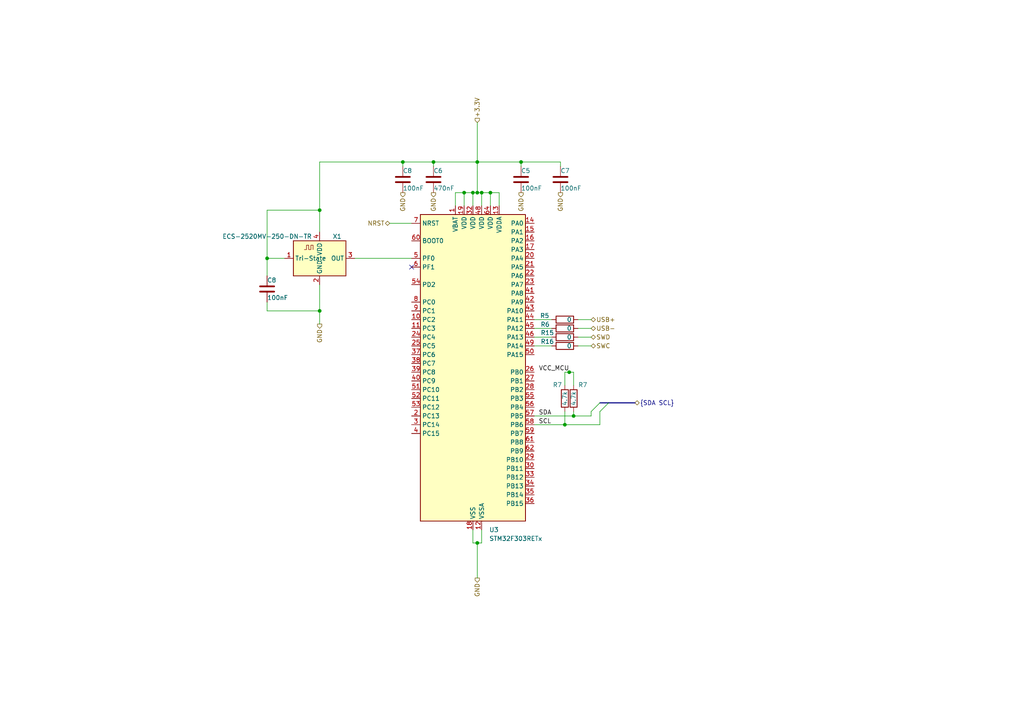
<source format=kicad_sch>
(kicad_sch (version 20230121) (generator eeschema)
  (paper "A4")
  (lib_symbols
    (symbol "Device:C" (pin_numbers hide) (pin_names (offset 0.254))
      (property "Reference" "C" (at 0.635 2.54 0))
      (property "Value" "C" (at 0.635 -2.54 0))
      (symbol "C_0_1"
        (polyline (pts (xy -2.032 -0.762) (xy 2.032 -0.762)) (stroke (width 0.508)))
        (polyline (pts (xy -2.032 0.762) (xy 2.032 0.762)) (stroke (width 0.508)))
      )
      (symbol "C_1_1"
        (pin passive line (at 0 3.81 270) (length 2.794) (name "~") (number "1"))
        (pin passive line (at 0 -3.81 90) (length 2.794) (name "~") (number "2"))
      )
    )
    (symbol "Device:R" (pin_numbers hide) (pin_names (offset 0))
      (property "Reference" "R" (at 2.032 0 90))
      (property "Value" "R" (at 0 0 90))
      (symbol "R_0_1"
        (rectangle (start -1.016 -2.54) (end 1.016 2.54) (stroke (width 0.254)))
      )
      (symbol "R_1_1"
        (pin passive line (at 0 3.81 270) (length 1.27) (name "~") (number "1"))
        (pin passive line (at 0 -3.81 90) (length 1.27) (name "~") (number "2"))
      )
    )
    (symbol "MCU_ST_STM32F3:STM32F303RETx"
      (property "Reference" "U" (at -15.24 46.99 0))
      (property "Value" "STM32F303RETx" (at 10.16 46.99 0))
      (symbol "STM32F303RETx_0_1"
        (rectangle (start -15.24 -43.18) (end 15.24 45.72) (stroke (width 0.254)) (fill (type background)))
      )
      (symbol "STM32F303RETx_1_1"
        (pin power_in line (at -5.08 48.26 270) (length 2.54) (name "VBAT") (number "1"))
        (pin bidirectional line (at -17.78 15.24 0) (length 2.54) (name "PC2") (number "10"))
        (pin bidirectional line (at -17.78 12.7 0) (length 2.54) (name "PC3") (number "11"))
        (pin power_in line (at 2.54 -45.72 90) (length 2.54) (name "VSSA") (number "12"))
        (pin power_in line (at 7.62 48.26 270) (length 2.54) (name "VDDA") (number "13"))
        (pin bidirectional line (at 17.78 43.18 180) (length 2.54) (name "PA0") (number "14"))
        (pin bidirectional line (at 17.78 40.64 180) (length 2.54) (name "PA1") (number "15"))
        (pin bidirectional line (at 17.78 38.1 180) (length 2.54) (name "PA2") (number "16"))
        (pin bidirectional line (at 17.78 35.56 180) (length 2.54) (name "PA3") (number "17"))
        (pin power_in line (at 0 -45.72 90) (length 2.54) (name "VSS") (number "18"))
        (pin power_in line (at -2.54 48.26 270) (length 2.54) (name "VDD") (number "19"))
        (pin bidirectional line (at -17.78 -12.7 0) (length 2.54) (name "PC13") (number "2"))
        (pin bidirectional line (at 17.78 33.02 180) (length 2.54) (name "PA4") (number "20"))
        (pin bidirectional line (at 17.78 30.48 180) (length 2.54) (name "PA5") (number "21"))
        (pin bidirectional line (at 17.78 27.94 180) (length 2.54) (name "PA6") (number "22"))
        (pin bidirectional line (at 17.78 25.4 180) (length 2.54) (name "PA7") (number "23"))
        (pin bidirectional line (at -17.78 10.16 0) (length 2.54) (name "PC4") (number "24"))
        (pin bidirectional line (at -17.78 7.62 0) (length 2.54) (name "PC5") (number "25"))
        (pin bidirectional line (at 17.78 0 180) (length 2.54) (name "PB0") (number "26"))
        (pin bidirectional line (at 17.78 -2.54 180) (length 2.54) (name "PB1") (number "27"))
        (pin bidirectional line (at 17.78 -5.08 180) (length 2.54) (name "PB2") (number "28"))
        (pin bidirectional line (at 17.78 -25.4 180) (length 2.54) (name "PB10") (number "29"))
        (pin bidirectional line (at -17.78 -15.24 0) (length 2.54) (name "PC14") (number "3"))
        (pin bidirectional line (at 17.78 -27.94 180) (length 2.54) (name "PB11") (number "30"))
        (pin passive line (at 0 -45.72 90) (length 2.54) hide (name "VSS") (number "31"))
        (pin power_in line (at 0 48.26 270) (length 2.54) (name "VDD") (number "32"))
        (pin bidirectional line (at 17.78 -30.48 180) (length 2.54) (name "PB12") (number "33"))
        (pin bidirectional line (at 17.78 -33.02 180) (length 2.54) (name "PB13") (number "34"))
        (pin bidirectional line (at 17.78 -35.56 180) (length 2.54) (name "PB14") (number "35"))
        (pin bidirectional line (at 17.78 -38.1 180) (length 2.54) (name "PB15") (number "36"))
        (pin bidirectional line (at -17.78 5.08 0) (length 2.54) (name "PC6") (number "37"))
        (pin bidirectional line (at -17.78 2.54 0) (length 2.54) (name "PC7") (number "38"))
        (pin bidirectional line (at -17.78 0 0) (length 2.54) (name "PC8") (number "39"))
        (pin bidirectional line (at -17.78 -17.78 0) (length 2.54) (name "PC15") (number "4"))
        (pin bidirectional line (at -17.78 -2.54 0) (length 2.54) (name "PC9") (number "40"))
        (pin bidirectional line (at 17.78 22.86 180) (length 2.54) (name "PA8") (number "41"))
        (pin bidirectional line (at 17.78 20.32 180) (length 2.54) (name "PA9") (number "42"))
        (pin bidirectional line (at 17.78 17.78 180) (length 2.54) (name "PA10") (number "43"))
        (pin bidirectional line (at 17.78 15.24 180) (length 2.54) (name "PA11") (number "44"))
        (pin bidirectional line (at 17.78 12.7 180) (length 2.54) (name "PA12") (number "45"))
        (pin bidirectional line (at 17.78 10.16 180) (length 2.54) (name "PA13") (number "46"))
        (pin passive line (at 0 -45.72 90) (length 2.54) hide (name "VSS") (number "47"))
        (pin power_in line (at 2.54 48.26 270) (length 2.54) (name "VDD") (number "48"))
        (pin bidirectional line (at 17.78 7.62 180) (length 2.54) (name "PA14") (number "49"))
        (pin bidirectional line (at -17.78 33.02 0) (length 2.54) (name "PF0") (number "5"))
        (pin bidirectional line (at 17.78 5.08 180) (length 2.54) (name "PA15") (number "50"))
        (pin bidirectional line (at -17.78 -5.08 0) (length 2.54) (name "PC10") (number "51"))
        (pin bidirectional line (at -17.78 -7.62 0) (length 2.54) (name "PC11") (number "52"))
        (pin bidirectional line (at -17.78 -10.16 0) (length 2.54) (name "PC12") (number "53"))
        (pin bidirectional line (at -17.78 25.4 0) (length 2.54) (name "PD2") (number "54"))
        (pin bidirectional line (at 17.78 -7.62 180) (length 2.54) (name "PB3") (number "55"))
        (pin bidirectional line (at 17.78 -10.16 180) (length 2.54) (name "PB4") (number "56"))
        (pin bidirectional line (at 17.78 -12.7 180) (length 2.54) (name "PB5") (number "57"))
        (pin bidirectional line (at 17.78 -15.24 180) (length 2.54) (name "PB6") (number "58"))
        (pin bidirectional line (at 17.78 -17.78 180) (length 2.54) (name "PB7") (number "59"))
        (pin bidirectional line (at -17.78 30.48 0) (length 2.54) (name "PF1") (number "6"))
        (pin input line (at -17.78 38.1 0) (length 2.54) (name "BOOT0") (number "60"))
        (pin bidirectional line (at 17.78 -20.32 180) (length 2.54) (name "PB8") (number "61"))
        (pin bidirectional line (at 17.78 -22.86 180) (length 2.54) (name "PB9") (number "62"))
        (pin passive line (at 0 -45.72 90) (length 2.54) hide (name "VSS") (number "63"))
        (pin power_in line (at 5.08 48.26 270) (length 2.54) (name "VDD") (number "64"))
        (pin input line (at -17.78 43.18 0) (length 2.54) (name "NRST") (number "7"))
        (pin bidirectional line (at -17.78 20.32 0) (length 2.54) (name "PC0") (number "8"))
        (pin bidirectional line (at -17.78 17.78 0) (length 2.54) (name "PC1") (number "9"))
      )
    )
    (symbol "Oscillator:ECS-2520MV-xxx-xx"
      (property "Reference" "X" (at -5.08 6.35 0))
      (property "Value" "ECS-2520MV-xxx-xx" (at 1.27 -6.35 0))
      (symbol "ECS-2520MV-xxx-xx_0_1"
        (rectangle (start -7.62 5.08) (end 7.62 -5.08) (stroke (width 0.254)) (fill (type background)))
        (polyline (pts (xy -4.445 2.54) (xy -3.81 2.54) (xy -3.81 3.81) (xy -3.175 3.81) (xy -3.175 2.54) (xy -2.54 2.54) (xy -2.54 3.81) (xy -1.905 3.81) (xy -1.905 2.54)))
      )
      (symbol "ECS-2520MV-xxx-xx_1_1"
        (pin input line (at -10.16 0 0) (length 2.54) (name "Tri-State") (number "1"))
        (pin power_in line (at 0 -7.62 90) (length 2.54) (name "GND") (number "2"))
        (pin output line (at 10.16 0 180) (length 2.54) (name "OUT") (number "3"))
        (pin power_in line (at 0 7.62 270) (length 2.54) (name "VDD") (number "4"))
      )
    )
  )
  (junction (at 138.43 157.48))
  (junction (at 151.13 46.99))
  (junction (at 125.73 46.99))
  (junction (at 138.43 55.88))
  (junction (at 134.62 55.88))
  (junction (at 142.24 55.88))
  (junction (at 92.71 90.17))
  (junction (at 163.83 123.19))
  (junction (at 137.16 55.88))
  (junction (at 116.84 46.99))
  (junction (at 166.37 120.65))
  (junction (at 165.1 107.95))
  (junction (at 139.7 55.88))
  (junction (at 92.71 60.96))
  (junction (at 77.47 74.93))
  (junction (at 138.43 46.99))
  (no_connect (at 119.38 77.47))
  (bus_entry (at 173.99 119.38) (size 2.54 -2.54))
  (bus_entry (at 171.45 119.38) (size 2.54 -2.54))
  (wire (pts (xy 138.43 55.88) (xy 139.7 55.88)))
  (wire (pts (xy 154.94 123.19) (xy 163.83 123.19)))
  (wire (pts (xy 138.43 46.99) (xy 138.43 55.88)))
  (wire (pts (xy 139.7 55.88) (xy 139.7 59.69)))
  (wire (pts (xy 137.16 59.69) (xy 137.16 55.88)))
  (wire (pts (xy 82.55 74.93) (xy 77.47 74.93)))
  (wire (pts (xy 151.13 48.26) (xy 151.13 46.99)))
  (wire (pts (xy 125.73 46.99) (xy 138.43 46.99)))
  (wire (pts (xy 116.84 46.99) (xy 92.71 46.99)))
  (wire (pts (xy 134.62 59.69) (xy 134.62 55.88)))
  (wire (pts (xy 77.47 90.17) (xy 92.71 90.17)))
  (wire (pts (xy 163.83 119.38) (xy 163.83 123.19)))
  (wire (pts (xy 171.45 120.65) (xy 166.37 120.65)))
  (wire (pts (xy 92.71 60.96) (xy 92.71 67.31)))
  (wire (pts (xy 162.56 48.26) (xy 162.56 46.99)))
  (wire (pts (xy 137.16 55.88) (xy 138.43 55.88)))
  (wire (pts (xy 142.24 55.88) (xy 142.24 59.69)))
  (wire (pts (xy 166.37 107.95) (xy 166.37 111.76)))
  (wire (pts (xy 167.64 97.79) (xy 171.45 97.79)))
  (wire (pts (xy 132.08 55.88) (xy 134.62 55.88)))
  (wire (pts (xy 116.84 46.99) (xy 125.73 46.99)))
  (wire (pts (xy 134.62 55.88) (xy 137.16 55.88)))
  (bus (pts (xy 173.99 116.84) (xy 176.53 116.84)))
  (wire (pts (xy 137.16 157.48) (xy 138.43 157.48)))
  (wire (pts (xy 165.1 107.823) (xy 165.1 107.95)))
  (wire (pts (xy 163.83 111.76) (xy 163.83 107.95)))
  (wire (pts (xy 144.78 55.88) (xy 144.78 59.69)))
  (wire (pts (xy 171.45 119.38) (xy 171.45 120.65)))
  (wire (pts (xy 113.03 64.77) (xy 119.38 64.77)))
  (wire (pts (xy 92.71 60.96) (xy 77.47 60.96)))
  (wire (pts (xy 77.47 74.93) (xy 77.47 80.01)))
  (wire (pts (xy 132.08 59.69) (xy 132.08 55.88)))
  (wire (pts (xy 166.37 119.38) (xy 166.37 120.65)))
  (wire (pts (xy 160.02 92.71) (xy 154.94 92.71)))
  (wire (pts (xy 142.24 55.88) (xy 144.78 55.88)))
  (wire (pts (xy 125.73 48.26) (xy 125.73 46.99)))
  (wire (pts (xy 77.47 87.63) (xy 77.47 90.17)))
  (wire (pts (xy 151.13 46.99) (xy 162.56 46.99)))
  (wire (pts (xy 154.94 97.79) (xy 160.02 97.79)))
  (wire (pts (xy 138.43 46.99) (xy 151.13 46.99)))
  (wire (pts (xy 160.02 95.25) (xy 154.94 95.25)))
  (wire (pts (xy 116.84 48.26) (xy 116.84 46.99)))
  (wire (pts (xy 163.83 107.95) (xy 165.1 107.95)))
  (wire (pts (xy 138.43 157.48) (xy 138.43 167.64)))
  (wire (pts (xy 138.43 35.56) (xy 138.43 46.99)))
  (wire (pts (xy 77.47 60.96) (xy 77.47 74.93)))
  (wire (pts (xy 173.99 123.19) (xy 163.83 123.19)))
  (bus (pts (xy 176.53 116.84) (xy 184.15 116.84)))
  (wire (pts (xy 154.94 120.65) (xy 166.37 120.65)))
  (wire (pts (xy 92.71 90.17) (xy 92.71 93.98)))
  (wire (pts (xy 173.99 119.38) (xy 173.99 123.19)))
  (wire (pts (xy 92.71 46.99) (xy 92.71 60.96)))
  (wire (pts (xy 138.43 157.48) (xy 139.7 157.48)))
  (wire (pts (xy 102.87 74.93) (xy 119.38 74.93)))
  (wire (pts (xy 167.64 92.71) (xy 171.45 92.71)))
  (wire (pts (xy 92.71 82.55) (xy 92.71 90.17)))
  (wire (pts (xy 154.94 100.33) (xy 160.02 100.33)))
  (wire (pts (xy 167.64 100.33) (xy 171.45 100.33)))
  (wire (pts (xy 139.7 55.88) (xy 142.24 55.88)))
  (wire (pts (xy 165.1 107.95) (xy 166.37 107.95)))
  (wire (pts (xy 137.16 153.67) (xy 137.16 157.48)))
  (wire (pts (xy 139.7 153.67) (xy 139.7 157.48)))
  (wire (pts (xy 167.64 95.25) (xy 171.45 95.25)))
  (label "VCC_MCU" (at 165.1 107.823 180))
  (label "SDA" (at 156.21 120.65 0))
  (label "SCL" (at 156.21 123.19 0))
  (hierarchical_label "USB-" (shape bidirectional) (at 171.45 95.25 0))
  (hierarchical_label "USB+" (shape bidirectional) (at 171.45 92.71 0))
  (hierarchical_label "GND" (shape output) (at 116.84 55.88 270))
  (hierarchical_label "+3.3V" (shape input) (at 138.43 35.56 90))
  (hierarchical_label "GND" (shape output) (at 162.56 55.88 270))
  (hierarchical_label "GND" (shape output) (at 92.71 93.98 270))
  (hierarchical_label "GND" (shape output) (at 138.43 167.64 270))
  (hierarchical_label "GND" (shape output) (at 151.13 55.88 270))
  (hierarchical_label "NRST" (shape bidirectional) (at 113.03 64.77 180))
  (hierarchical_label "{SDA SCL}" (shape bidirectional) (at 184.15 116.84 0))
  (hierarchical_label "SWC" (shape bidirectional) (at 171.45 100.33 0))
  (hierarchical_label "SWD" (shape bidirectional) (at 171.45 97.79 0))
  (hierarchical_label "GND" (shape output) (at 125.73 55.88 270))
  (symbol (lib_id "Device:R") (at 163.83 115.57 0) (mirror y) (unit 1)
    (property "Reference" "R7" (at 161.671 111.633 0))
    (property "Value" "4.7k" (at 163.83 115.57 90))
    (property "Footprint" "Resistor_SMD:R_0402_1005Metric" (effects hide))
    (instances (project "PCB" (path "" (reference "R7") (unit 1)) (path "" (reference "R9") (unit 1)) (path "" (reference "R10") (unit 1))))
  )
  (symbol (lib_id "Device:R") (at 163.83 95.25 90) (unit 1)
    (property "Reference" "R6" (at 158.115 94.107 90))
    (property "Value" "0" (at 165.1 95.25 90))
    (property "Footprint" "Resistor_SMD:R_0402_1005Metric" (effects hide))
  )
  (symbol (lib_id "Device:C") (at 125.73 52.07 0) (unit 1)
    (property "Reference" "C6" (at 125.73 49.53 0) (effects (justify left)))
    (property "Value" "470nF" (at 125.73 54.61 0) (effects (justify left)))
    (property "Footprint" "Capacitor_SMD:C_0603_1608Metric" (effects hide))
  )
  (symbol (lib_id "Device:R") (at 163.83 100.33 90) (unit 1)
    (property "Reference" "R16" (at 158.75 99.06 90))
    (property "Value" "0" (at 165.1 100.33 90))
    (property "Footprint" "Resistor_SMD:R_0402_1005Metric" (effects hide))
  )
  (symbol (lib_id "Device:C") (at 151.13 52.07 0) (unit 1)
    (property "Reference" "C5" (at 151.13 49.53 0) (effects (justify left)))
    (property "Value" "100nF" (at 151.13 54.61 0) (effects (justify left)))
    (property "Footprint" "Capacitor_SMD:C_0402_1005Metric" (effects hide))
    (instances (project "PCB" (path "" (reference "C5") (unit 1)) (path "" (reference "C7") (unit 1))))
  )
  (symbol (lib_id "Device:R") (at 166.37 115.57 0) (mirror y) (unit 1)
    (property "Reference" "R7" (at 169.037 111.633 0))
    (property "Value" "4.7k" (at 166.37 115.57 90))
    (property "Footprint" "Resistor_SMD:R_0402_1005Metric" (effects hide))
    (instances (project "PCB" (path "" (reference "R7") (unit 1)) (path "" (reference "R9") (unit 1)) (path "" (reference "R11") (unit 1))))
  )
  (symbol (lib_id "MCU_ST_STM32F3:STM32F303RETx") (at 137.16 107.95 0) (unit 1)
    (property "Reference" "U3" (at 141.8941 153.67 0) (effects (justify left)))
    (property "Value" "STM32F303RETx" (at 141.8941 156.21 0) (effects (justify left)))
    (property "Footprint" "Package_QFP:LQFP-64_10x10mm_P0.5mm" (effects hide))
    (property "Datasheet" "https://www.st.com/resource/en/datasheet/stm32f303re.pdf" (effects hide))
  )
  (symbol (lib_id "Device:R") (at 163.83 92.71 90) (unit 1)
    (property "Reference" "R5" (at 157.988 91.567 90))
    (property "Value" "0" (at 165.1 92.71 90))
    (property "Footprint" "Resistor_SMD:R_0402_1005Metric" (effects hide))
  )
  (symbol (lib_id "Device:C") (at 116.84 52.07 0) (unit 1)
    (property "Reference" "C8" (at 116.84 49.53 0) (effects (justify left)))
    (property "Value" "100nF" (at 116.84 54.61 0) (effects (justify left)))
    (property "Footprint" "Capacitor_SMD:C_0402_1005Metric" (effects hide))
    (instances (project "PCB" (path "" (reference "C8") (unit 1)) (path "" (reference "C5") (unit 1))))
  )
  (symbol (lib_id "Oscillator:ECS-2520MV-xxx-xx") (at 92.71 74.93 0) (unit 1)
    (property "Reference" "X1" (at 97.79 68.58 0))
    (property "Value" "ECS-2520MV-250-DN-TR" (at 77.47 68.58 0))
    (property "Footprint" "Oscillator:Oscillator_SMD_ECS_2520MV-xxx-xx-4Pin_2.5x2.0mm" (effects hide))
    (property "Datasheet" "https://www.ecsxtal.com/store/pdf/ECS-2520MV.pdf" (effects hide))
  )
  (symbol (lib_id "Device:C") (at 77.47 83.82 0) (unit 1)
    (property "Reference" "C8" (at 77.47 81.28 0) (effects (justify left)))
    (property "Value" "100nF" (at 77.47 86.36 0) (effects (justify left)))
    (property "Footprint" "Capacitor_SMD:C_0402_1005Metric" (effects hide))
    (instances (project "PCB" (path "" (reference "C8") (unit 1)) (path "" (reference "C13") (unit 1))))
  )
  (symbol (lib_id "Device:R") (at 163.83 97.79 90) (unit 1)
    (property "Reference" "R15" (at 158.75 96.52 90))
    (property "Value" "0" (at 165.1 97.79 90))
    (property "Footprint" "Resistor_SMD:R_0402_1005Metric" (effects hide))
  )
  (symbol (lib_id "Device:C") (at 162.56 52.07 0) (unit 1)
    (property "Reference" "C7" (at 162.56 49.53 0) (effects (justify left)))
    (property "Value" "100nF" (at 162.56 54.61 0) (effects (justify left)))
    (property "Footprint" "Capacitor_SMD:C_0402_1005Metric" (effects hide))
    (instances (project "PCB" (path "" (reference "C7") (unit 1)) (path "" (reference "C8") (unit 1))))
  )
)
</source>
